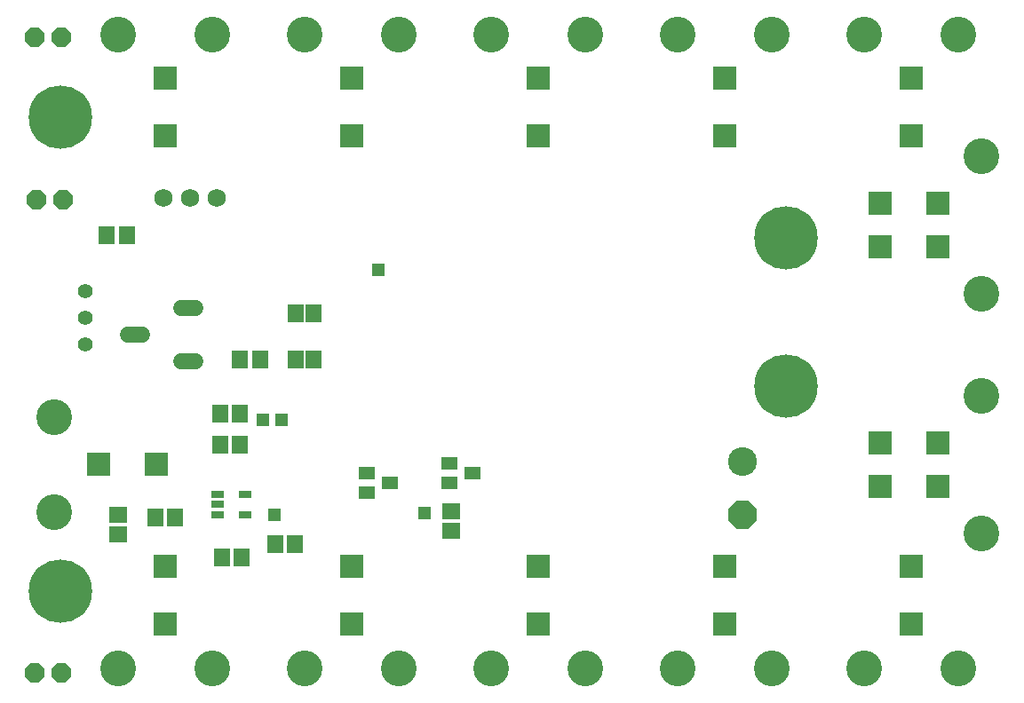
<source format=gbs>
G75*
%MOIN*%
%OFA0B0*%
%FSLAX24Y24*%
%IPPOS*%
%LPD*%
%AMOC8*
5,1,8,0,0,1.08239X$1,22.5*
%
%ADD10C,0.1080*%
%ADD11OC8,0.1080*%
%ADD12R,0.0592X0.0671*%
%ADD13R,0.0502X0.0276*%
%ADD14R,0.0907X0.0907*%
%ADD15C,0.1340*%
%ADD16R,0.0710X0.0592*%
%ADD17R,0.0592X0.0710*%
%ADD18C,0.0600*%
%ADD19C,0.0556*%
%ADD20OC8,0.0740*%
%ADD21C,0.0680*%
%ADD22C,0.2380*%
%ADD23R,0.0631X0.0474*%
%ADD24R,0.0476X0.0476*%
D10*
X029771Y011708D03*
D11*
X029771Y009708D03*
D12*
X013668Y015521D03*
X012998Y015521D03*
X012998Y017271D03*
X013668Y017271D03*
D13*
X011100Y010457D03*
X011100Y009709D03*
X010066Y009709D03*
X010066Y010083D03*
X010066Y010457D03*
D14*
X007748Y011583D03*
X005583Y011583D03*
X008083Y007748D03*
X008083Y005583D03*
X015083Y005583D03*
X015083Y007748D03*
X022083Y007748D03*
X022083Y005583D03*
X029083Y005583D03*
X029083Y007748D03*
X034918Y010756D03*
X037083Y010756D03*
X037083Y012410D03*
X034918Y012410D03*
X036083Y007748D03*
X036083Y005583D03*
X037083Y019756D03*
X037083Y021410D03*
X034918Y021410D03*
X034918Y019756D03*
X036083Y023918D03*
X036083Y026083D03*
X029083Y026083D03*
X029083Y023918D03*
X022083Y023918D03*
X022083Y026083D03*
X015083Y026083D03*
X015083Y023918D03*
X008083Y023918D03*
X008083Y026083D03*
D15*
X006311Y027737D03*
X009855Y027737D03*
X013311Y027737D03*
X016855Y027737D03*
X020311Y027737D03*
X023855Y027737D03*
X027311Y027737D03*
X030855Y027737D03*
X034311Y027737D03*
X037855Y027737D03*
X038737Y023181D03*
X038737Y017985D03*
X038737Y014181D03*
X038737Y008985D03*
X037855Y003930D03*
X034311Y003930D03*
X030855Y003930D03*
X027311Y003930D03*
X023855Y003930D03*
X020311Y003930D03*
X016855Y003930D03*
X013311Y003930D03*
X009855Y003930D03*
X006311Y003930D03*
X003930Y009811D03*
X003930Y013355D03*
D16*
X006333Y009707D03*
X006333Y008959D03*
X018833Y009084D03*
X018833Y009832D03*
D17*
X012957Y008583D03*
X012209Y008583D03*
X010957Y008083D03*
X010209Y008083D03*
X008457Y009583D03*
X007709Y009583D03*
X010147Y012333D03*
X010895Y012333D03*
X010892Y013512D03*
X010144Y013512D03*
X010897Y015521D03*
X011645Y015521D03*
X006645Y020208D03*
X005897Y020208D03*
D18*
X008698Y017458D02*
X009218Y017458D01*
X007218Y016458D02*
X006698Y016458D01*
X008698Y015458D02*
X009218Y015458D01*
D19*
X005083Y016083D03*
X005083Y017083D03*
X005083Y018083D03*
D20*
X003208Y003771D03*
X004208Y003771D03*
X004271Y021521D03*
X003271Y021521D03*
X003208Y027646D03*
X004208Y027646D03*
D21*
X008021Y021583D03*
X009021Y021583D03*
X010021Y021583D03*
D22*
X004146Y024646D03*
X004146Y006833D03*
X031396Y014521D03*
X031396Y020083D03*
D23*
X019641Y011271D03*
X018775Y011645D03*
X018775Y010897D03*
X016516Y010896D03*
X015650Y011270D03*
X015650Y010522D03*
D24*
X017833Y009771D03*
X012458Y013271D03*
X011771Y013271D03*
X012208Y009708D03*
X016083Y018896D03*
M02*

</source>
